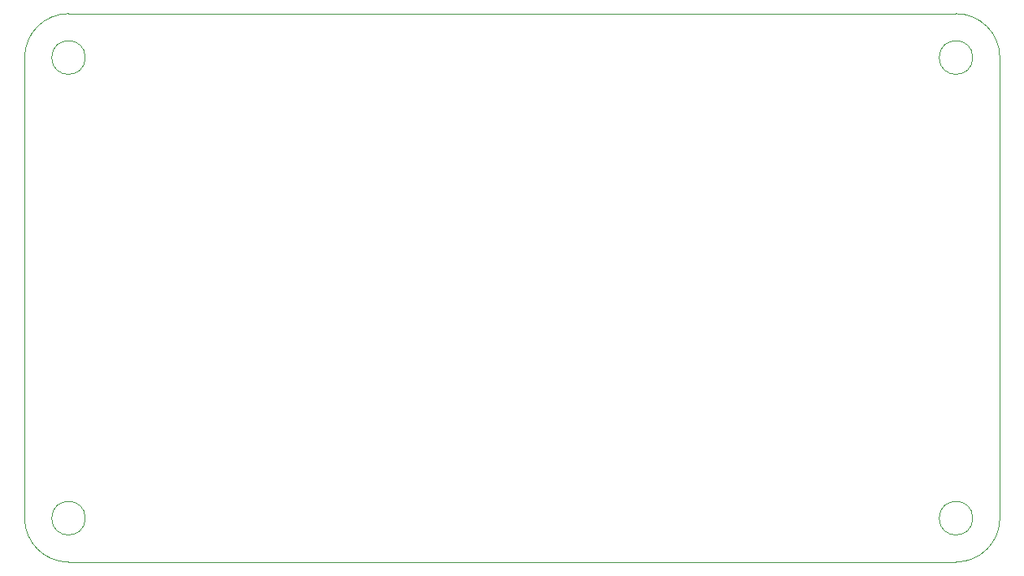
<source format=gbr>
%TF.GenerationSoftware,KiCad,Pcbnew,(5.1.10)-1*%
%TF.CreationDate,2022-01-22T17:54:26-06:00*%
%TF.ProjectId,Digital-Output-Module,44696769-7461-46c2-9d4f-75747075742d,Rev. A*%
%TF.SameCoordinates,Original*%
%TF.FileFunction,Profile,NP*%
%FSLAX46Y46*%
G04 Gerber Fmt 4.6, Leading zero omitted, Abs format (unit mm)*
G04 Created by KiCad (PCBNEW (5.1.10)-1) date 2022-01-22 17:54:26*
%MOMM*%
%LPD*%
G01*
G04 APERTURE LIST*
%TA.AperFunction,Profile*%
%ADD10C,0.050000*%
%TD*%
G04 APERTURE END LIST*
D10*
X135128000Y-95250000D02*
X42672000Y-95250000D01*
X139700000Y-42672000D02*
X139700000Y-90678000D01*
X42672000Y-38100000D02*
X135128000Y-38100000D01*
X38100000Y-42672000D02*
X38100000Y-90678000D01*
X42672000Y-95250000D02*
G75*
G02*
X38100000Y-90678000I0J4572000D01*
G01*
X38100000Y-42672000D02*
G75*
G02*
X42672000Y-38100000I4572000J0D01*
G01*
X135128000Y-38100000D02*
G75*
G02*
X139700000Y-42672000I0J-4572000D01*
G01*
X139700000Y-90678000D02*
G75*
G02*
X135128000Y-95250000I-4572000J0D01*
G01*
X136880600Y-90678000D02*
G75*
G03*
X136880600Y-90678000I-1752600J0D01*
G01*
X136880600Y-42672000D02*
G75*
G03*
X136880600Y-42672000I-1752600J0D01*
G01*
X44424600Y-90678000D02*
G75*
G03*
X44424600Y-90678000I-1752600J0D01*
G01*
X44424600Y-42672000D02*
G75*
G03*
X44424600Y-42672000I-1752600J0D01*
G01*
M02*

</source>
